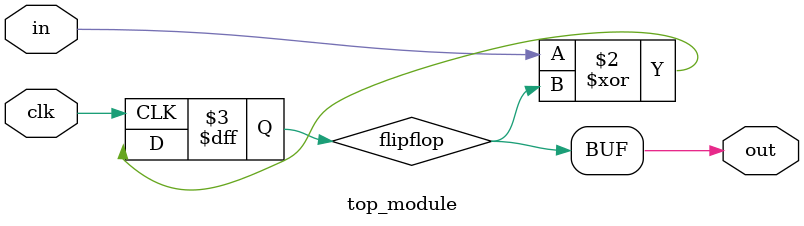
<source format=sv>
module top_module (
	input clk,
	input in,
	output logic out
);

	reg flipflop;

	always @(posedge clk) begin
		flipflop <= in ^ out;
	end
	
	assign out = flipflop;

endmodule

</source>
